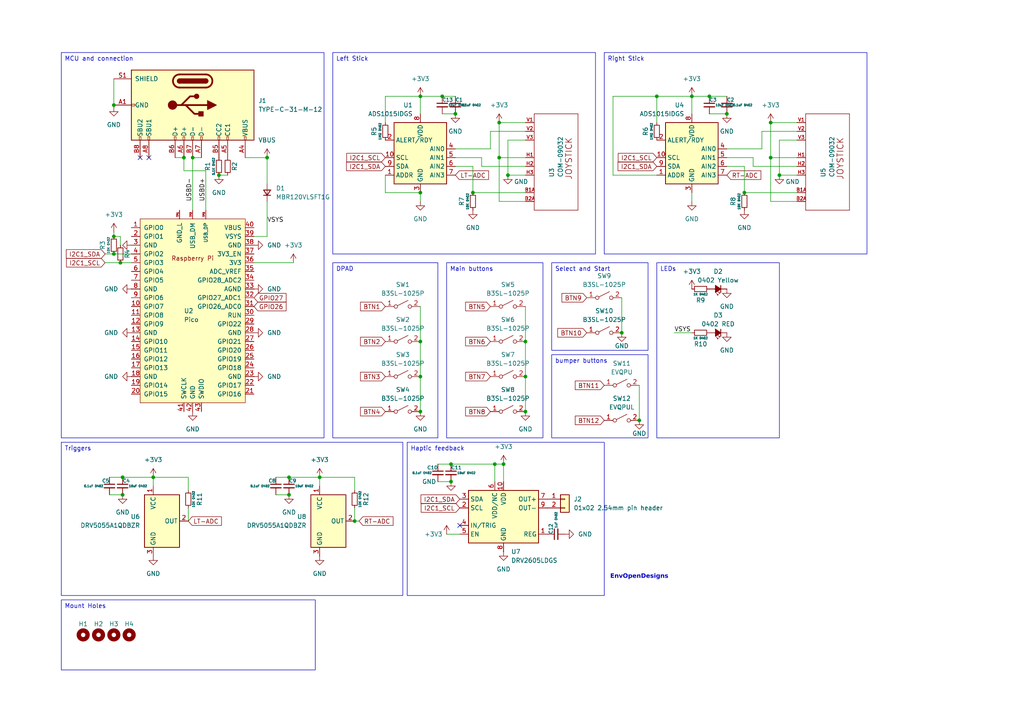
<source format=kicad_sch>
(kicad_sch (version 20231120) (generator "eeschema") (generator_version "8.0")
  (paper "A4")
  (title_block (title "Open Source Gamepad") (date "2024-09-23") (company "Envious.Design"))
  (lib_symbols
    (symbol "Analog_ADC:ADS1015IDGS"
      (property "Reference" "U" (at 2.54 13.97 0))
      (property "Value" "ADS1015IDGS" (at 7.62 11.43 0))
      (symbol "ADS1015IDGS_1_1"
        (pin input line (at 10.16 -5.08 180) (length 2.54) (name "ADDR") (number "1"))
        (pin input line (at 10.16 0 180) (length 2.54) (name "SCL") (number "10"))
        (pin output line (at 10.16 5.08 180) (length 2.54) (name "ALERT/RDY") (number "2"))
        (pin power_in line (at 0 -10.16 90) (length 2.54) (name "GND") (number "3"))
        (pin input line (at -10.16 2.54 0) (length 2.54) (name "AIN0") (number "4"))
        (pin input line (at -10.16 0 0) (length 2.54) (name "AIN1") (number "5"))
        (pin input line (at -10.16 -2.54 0) (length 2.54) (name "AIN2") (number "6"))
        (pin input line (at -10.16 -5.08 0) (length 2.54) (name "AIN3") (number "7"))
        (pin power_in line (at 0 12.7 270) (length 2.54) (name "VDD") (number "8"))
        (pin bidirectional line (at 10.16 -2.54 180) (length 2.54) (name "SDA") (number "9"))
      )
    )
    (symbol "Connector:USB_C_Receptacle_USB2.0_16P" (pin_names (offset 1.016))
      (property "Reference" "J" (at 0 22.225 0))
      (property "Value" "USB_C_Receptacle_USB2.0_16P" (at 0 19.685 0))
      (symbol "USB_C_Receptacle_USB2.0_16P_1_1"
        (pin passive line (at 0 -22.86 90) (length 5.08) (name "GND") (number "A1"))
        (pin passive line (at 0 -22.86 90) (length 5.08) hide (name "GND") (number "A12"))
        (pin passive line (at 15.24 15.24 180) (length 5.08) (name "VBUS") (number "A4"))
        (pin bidirectional line (at 15.24 10.16 180) (length 5.08) (name "CC1") (number "A5"))
        (pin bidirectional line (at 15.24 -2.54 180) (length 5.08) (name "D+") (number "A6"))
        (pin bidirectional line (at 15.24 2.54 180) (length 5.08) (name "D-") (number "A7"))
        (pin bidirectional line (at 15.24 -12.7 180) (length 5.08) (name "SBU1") (number "A8"))
        (pin passive line (at 15.24 15.24 180) (length 5.08) hide (name "VBUS") (number "A9"))
        (pin passive line (at 0 -22.86 90) (length 5.08) hide (name "GND") (number "B1"))
        (pin passive line (at 0 -22.86 90) (length 5.08) hide (name "GND") (number "B12"))
        (pin passive line (at 15.24 15.24 180) (length 5.08) hide (name "VBUS") (number "B4"))
        (pin bidirectional line (at 15.24 7.62 180) (length 5.08) (name "CC2") (number "B5"))
        (pin bidirectional line (at 15.24 -5.08 180) (length 5.08) (name "D+") (number "B6"))
        (pin bidirectional line (at 15.24 0 180) (length 5.08) (name "D-") (number "B7"))
        (pin bidirectional line (at 15.24 -15.24 180) (length 5.08) (name "SBU2") (number "B8"))
        (pin passive line (at 15.24 15.24 180) (length 5.08) hide (name "VBUS") (number "B9"))
        (pin passive line (at -7.62 -22.86 90) (length 5.08) (name "SHIELD") (number "S1"))
      )
    )
    (symbol "Connector_Generic:Conn_01x02" (pin_names (offset 1.016) hide)
      (property "Reference" "J" (at 0 2.54 0))
      (property "Value" "Conn_01x02" (at 0 -5.08 0))
      (symbol "Conn_01x02_1_1"
        (pin passive line (at -5.08 0 0) (length 3.81) (name "Pin_1") (number "1"))
        (pin passive line (at -5.08 -2.54 0) (length 3.81) (name "Pin_2") (number "2"))
      )
    )
    (symbol "Device:C_Small" (pin_numbers hide) (pin_names (offset 0.254) hide)
      (property "Reference" "C" (at 0.254 1.778 0))
      (property "Value" "C_Small" (at 0.254 -2.032 0))
      (symbol "C_Small_1_1"
        (pin passive line (at 0 2.54 270) (length 2.032) (name "~") (number "1"))
        (pin passive line (at 0 -2.54 90) (length 2.032) (name "~") (number "2"))
      )
    )
    (symbol "Device:D_Small" (pin_numbers hide) (pin_names (offset 0.254) hide)
      (property "Reference" "D" (at -1.27 2.032 0))
      (property "Value" "D_Small" (at -3.81 -2.032 0))
      (symbol "D_Small_1_1"
        (pin passive line (at -2.54 0 0) (length 1.778) (name "K") (number "1"))
        (pin passive line (at 2.54 0 180) (length 1.778) (name "A") (number "2"))
      )
    )
    (symbol "Device:LED_Small_Filled" (pin_numbers hide) (pin_names (offset 0.254) hide)
      (property "Reference" "D" (at -1.27 3.175 0))
      (property "Value" "LED_Small_Filled" (at -4.445 -2.54 0))
      (symbol "LED_Small_Filled_1_1"
        (pin passive line (at -2.54 0 0) (length 1.778) (name "K") (number "1"))
        (pin passive line (at 2.54 0 180) (length 1.778) (name "A") (number "2"))
      )
    )
    (symbol "Device:R_Small" (pin_numbers hide) (pin_names (offset 0.254) hide)
      (property "Reference" "R" (at 0.762 0.508 0))
      (property "Value" "R_Small" (at 0.762 -1.016 0))
      (symbol "R_Small_1_1"
        (pin passive line (at 0 2.54 270) (length 0.762) (name "~") (number "1"))
        (pin passive line (at 0 -2.54 90) (length 0.762) (name "~") (number "2"))
      )
    )
    (symbol "Driver_Haptic:DRV2605LDGS"
      (property "Reference" "U" (at -10.16 8.255 0))
      (property "Value" "DRV2605LDGS" (at 2.54 -8.89 0))
      (symbol "DRV2605LDGS_1_1"
        (pin passive line (at 12.7 -5.08 180) (length 2.54) (name "REG") (number "1"))
        (pin power_in line (at 0 10.16 270) (length 2.54) (name "VDD") (number "10"))
        (pin input line (at -12.7 2.54 0) (length 2.54) (name "SCL") (number "2"))
        (pin bidirectional line (at -12.7 5.08 0) (length 2.54) (name "SDA") (number "3"))
        (pin input line (at -12.7 -2.54 0) (length 2.54) (name "IN/TRIG") (number "4"))
        (pin input line (at -12.7 -5.08 0) (length 2.54) (name "EN") (number "5"))
        (pin power_in line (at -2.54 10.16 270) (length 2.54) (name "VDD/NC") (number "6"))
        (pin output line (at 12.7 5.08 180) (length 2.54) (name "OUT+") (number "7"))
        (pin power_in line (at 0 -10.16 90) (length 2.54) (name "GND") (number "8"))
        (pin output line (at 12.7 2.54 180) (length 2.54) (name "OUT-") (number "9"))
      )
    )
    (symbol "MCU_RaspberryPi_and_Boards:Pico" (pin_names (offset 1.016))
      (property "Reference" "U" (at -13.97 27.94 0))
      (property "Value" "Pico" (at 0 12.7 0))
      (symbol "Pico_0_0"
        (text "Raspberry Pi" (at 0 15.24 0) (effects (font (size 1.27 1.27))))
      )
      (symbol "Pico_1_1"
        (pin bidirectional line (at -17.78 24.13 0) (length 2.54) (name "GPIO0") (number "1"))
        (pin bidirectional line (at -17.78 1.27 0) (length 2.54) (name "GPIO7") (number "10"))
        (pin bidirectional line (at -17.78 -1.27 0) (length 2.54) (name "GPIO8") (number "11"))
        (pin bidirectional line (at -17.78 -3.81 0) (length 2.54) (name "GPIO9") (number "12"))
        (pin power_in line (at -17.78 -6.35 0) (length 2.54) (name "GND") (number "13"))
        (pin bidirectional line (at -17.78 -8.89 0) (length 2.54) (name "GPIO10") (number "14"))
        (pin bidirectional line (at -17.78 -11.43 0) (length 2.54) (name "GPIO11") (number "15"))
        (pin bidirectional line (at -17.78 -13.97 0) (length 2.54) (name "GPIO12") (number "16"))
        (pin bidirectional line (at -17.78 -16.51 0) (length 2.54) (name "GPIO13") (number "17"))
        (pin power_in line (at -17.78 -19.05 0) (length 2.54) (name "GND") (number "18"))
        (pin bidirectional line (at -17.78 -21.59 0) (length 2.54) (name "GPIO14") (number "19"))
        (pin bidirectional line (at -17.78 21.59 0) (length 2.54) (name "GPIO1") (number "2"))
        (pin bidirectional line (at -17.78 -24.13 0) (length 2.54) (name "GPIO15") (number "20"))
        (pin bidirectional line (at 17.78 -24.13 180) (length 2.54) (name "GPIO16") (number "21"))
        (pin bidirectional line (at 17.78 -21.59 180) (length 2.54) (name "GPIO17") (number "22"))
        (pin power_in line (at 17.78 -19.05 180) (length 2.54) (name "GND") (number "23"))
        (pin bidirectional line (at 17.78 -16.51 180) (length 2.54) (name "GPIO18") (number "24"))
        (pin bidirectional line (at 17.78 -13.97 180) (length 2.54) (name "GPIO19") (number "25"))
        (pin bidirectional line (at 17.78 -11.43 180) (length 2.54) (name "GPIO20") (number "26"))
        (pin bidirectional line (at 17.78 -8.89 180) (length 2.54) (name "GPIO21") (number "27"))
        (pin power_in line (at 17.78 -6.35 180) (length 2.54) (name "GND") (number "28"))
        (pin bidirectional line (at 17.78 -3.81 180) (length 2.54) (name "GPIO22") (number "29"))
        (pin power_in line (at -17.78 19.05 0) (length 2.54) (name "GND") (number "3"))
        (pin input line (at 17.78 -1.27 180) (length 2.54) (name "RUN") (number "30"))
        (pin bidirectional line (at 17.78 1.27 180) (length 2.54) (name "GPIO26_ADC0") (number "31"))
        (pin bidirectional line (at 17.78 3.81 180) (length 2.54) (name "GPIO27_ADC1") (number "32"))
        (pin power_in line (at 17.78 6.35 180) (length 2.54) (name "AGND") (number "33"))
        (pin bidirectional line (at 17.78 8.89 180) (length 2.54) (name "GPIO28_ADC2") (number "34"))
        (pin unspecified line (at 17.78 11.43 180) (length 2.54) (name "ADC_VREF") (number "35"))
        (pin unspecified line (at 17.78 13.97 180) (length 2.54) (name "3V3") (number "36"))
        (pin input line (at 17.78 16.51 180) (length 2.54) (name "3V3_EN") (number "37"))
        (pin bidirectional line (at 17.78 19.05 180) (length 2.54) (name "GND") (number "38"))
        (pin unspecified line (at 17.78 21.59 180) (length 2.54) (name "VSYS") (number "39"))
        (pin bidirectional line (at -17.78 16.51 0) (length 2.54) (name "GPIO2") (number "4"))
        (pin unspecified line (at 17.78 24.13 180) (length 2.54) (name "VBUS") (number "40"))
        (pin input line (at -2.54 -29.21 90) (length 2.54) (name "SWCLK") (number "41"))
        (pin power_in line (at 0 -29.21 90) (length 2.54) (name "GND") (number "42"))
        (pin bidirectional line (at 2.54 -29.21 90) (length 2.54) (name "SWDIO") (number "43"))
        (pin bidirectional line (at -17.78 13.97 0) (length 2.54) (name "GPIO3") (number "5"))
        (pin bidirectional line (at -17.78 11.43 0) (length 2.54) (name "GPIO4") (number "6"))
        (pin bidirectional line (at -17.78 8.89 0) (length 2.54) (name "GPIO5") (number "7"))
        (pin power_in line (at -17.78 6.35 0) (length 2.54) (name "GND") (number "8"))
        (pin bidirectional line (at -17.78 3.81 0) (length 2.54) (name "GPIO6") (number "9"))
        (pin bidirectional line (at -3.81 29.21 270) (length 2.54) (name "GND_L") (number "TP1"))
        (pin bidirectional line (at 0 29.21 270) (length 2.54) (name "USB_DM") (number "TP2"))
        (pin bidirectional line (at 3.81 29.21 270) (length 2.54) (name "USB_DP") (number "TP3"))
      )
    )
    (symbol "Mechanical:MountingHole" (pin_names (offset 1.016)) (exclude_from_sim yes) (in_bom no)
      (property "Reference" "H" (at 0 5.08 0))
      (property "Value" "MountingHole" (at 0 3.175 0))
    )
    (symbol "Sensor_Magnetic:DRV5055A1xDBZxQ1"
      (property "Reference" "U" (at 2.54 12.7 0))
      (property "Value" "DRV5055A1xDBZxQ1" (at 2.54 10.16 0))
      (symbol "DRV5055A1xDBZxQ1_1_1"
        (pin power_in line (at -2.54 10.16 270) (length 2.54) (name "VCC") (number "1"))
        (pin output line (at 7.62 0 180) (length 2.54) (name "OUT") (number "2"))
        (pin power_in line (at -2.54 -10.16 90) (length 2.54) (name "GND") (number "3"))
      )
    )
    (symbol "SparkFun-Electromechanical:JOYSTICKPTH" (pin_names (offset 1.016) hide)
      (property "Reference" "U" (at -7.62 13.462 0))
      (property "Value" "JOYSTICKPTH" (at -7.62 -17.78 0))
      (symbol "JOYSTICKPTH_1_0"
        (text "JOYSTICK" (at 2.413 -0.254 900) (effects (font (size 1.778 1.778))))
      )
      (symbol "JOYSTICKPTH_1_1"
        (pin bidirectional line (at -10.16 -10.16 0) (length 2.54) (name "SEL+") (number "B1A"))
        (pin bidirectional line (at -10.16 -12.7 0) (length 2.54) (name "SEL-") (number "B2A"))
        (pin bidirectional line (at -10.16 0 0) (length 2.54) (name "H+") (number "H1"))
        (pin bidirectional line (at -10.16 -2.54 0) (length 2.54) (name "H") (number "H2"))
        (pin bidirectional line (at -10.16 -5.08 0) (length 2.54) (name "H-") (number "H3"))
        (pin bidirectional line (at -10.16 10.16 0) (length 2.54) (name "V+") (number "V1"))
        (pin bidirectional line (at -10.16 7.62 0) (length 2.54) (name "V") (number "V2"))
        (pin bidirectional line (at -10.16 5.08 0) (length 2.54) (name "V-") (number "V3"))
      )
    )
    (symbol "Switch:SW_SPST" (pin_names (offset 0) hide)
      (property "Reference" "SW" (at 0 3.175 0))
      (property "Value" "SW_SPST" (at 0 -2.54 0))
      (symbol "SW_SPST_1_1"
        (pin passive line (at -5.08 0 0) (length 2.54) (name "A") (number "1"))
        (pin passive line (at 5.08 0 180) (length 2.54) (name "B") (number "2"))
      )
    )
    (symbol "power:+3V3" (power) (pin_numbers hide) (pin_names (offset 0) hide)
      (property "Value" "+3V3" (at 0 3.556 0))
      (symbol "+3V3_1_1"
        (pin power_in line (at 0 0 90) (length 0) (name "~") (number "1"))
      )
    )
    (symbol "power:GND" (power) (pin_numbers hide) (pin_names (offset 0) hide)
      (property "Value" "GND" (at 0 -3.81 0))
      (symbol "GND_1_1"
        (pin power_in line (at 0 0 270) (length 0) (name "~") (number "1"))
      )
    )
    (symbol "power:VBUS" (power) (pin_numbers hide) (pin_names (offset 0) hide)
      (property "Value" "VBUS" (at 0 3.556 0))
      (symbol "VBUS_1_1"
        (pin power_in line (at 0 0 90) (length 0) (name "~") (number "1"))
      )
    )
  )
  (junction (at 180.34 96.52))
  (junction (at 190.5 27.94))
  (junction (at 146.05 134.62))
  (junction (at 226.06 50.8))
  (junction (at 144.78 35.56))
  (junction (at 147.32 50.8))
  (junction (at 223.52 45.72))
  (junction (at 83.82 143.51))
  (junction (at 144.78 45.72))
  (junction (at 53.34 45.72))
  (junction (at 215.9 55.88))
  (junction (at 44.45 138.43))
  (junction (at 223.52 35.56))
  (junction (at 35.56 138.43))
  (junction (at 92.71 138.43))
  (junction (at 34.925 76.2))
  (junction (at 185.42 121.92))
  (junction (at 102.87 151.13))
  (junction (at 128.27 27.94))
  (junction (at 152.4 99.06))
  (junction (at 121.92 109.22))
  (junction (at 130.81 139.7))
  (junction (at 83.82 138.43))
  (junction (at 77.47 45.72))
  (junction (at 33.02 30.48))
  (junction (at 143.51 134.62))
  (junction (at 63.5 50.8))
  (junction (at 132.08 33.02))
  (junction (at 33.02 73.66))
  (junction (at 121.92 119.38))
  (junction (at 152.4 119.38))
  (junction (at 210.82 33.02))
  (junction (at 137.16 55.88))
  (junction (at 33.02 68.58))
  (junction (at 121.92 55.88))
  (junction (at 152.4 109.22))
  (junction (at 121.92 27.94))
  (junction (at 35.56 143.51))
  (junction (at 55.88 45.72))
  (junction (at 205.74 27.94))
  (junction (at 200.66 27.94))
  (junction (at 130.81 134.62))
  (junction (at 121.92 99.06))
  (no_connect (at 40.64 45.72))
  (no_connect (at 133.35 152.4))
  (no_connect (at 43.18 45.72))
  (wire (pts (xy 31.75 143.51) (xy 35.56 143.51)))
  (wire (pts (xy 142.24 38.1) (xy 142.24 43.18)))
  (wire (pts (xy 92.71 138.43) (xy 83.82 138.43)))
  (wire (pts (xy 144.78 35.56) (xy 144.78 45.72)))
  (wire (pts (xy 33.02 22.86) (xy 33.02 30.48)))
  (wire (pts (xy 220.98 38.1) (xy 231.14 38.1)))
  (wire (pts (xy 147.32 50.8) (xy 147.32 40.64)))
  (wire (pts (xy 177.8 50.8) (xy 177.8 27.94)))
  (wire (pts (xy 144.78 45.72) (xy 152.4 45.72)))
  (wire (pts (xy 220.98 38.1) (xy 220.98 43.18)))
  (wire (pts (xy 215.9 48.26) (xy 215.9 55.88)))
  (wire (pts (xy 200.66 27.94) (xy 200.66 33.02)))
  (wire (pts (xy 130.81 134.62) (xy 143.51 134.62)))
  (wire (pts (xy 139.7 45.72) (xy 139.7 48.26)))
  (wire (pts (xy 77.47 53.34) (xy 77.47 45.72)))
  (wire (pts (xy 210.82 27.94) (xy 205.74 27.94)))
  (wire (pts (xy 143.51 134.62) (xy 146.05 134.62)))
  (wire (pts (xy 231.14 55.88) (xy 215.9 55.88)))
  (wire (pts (xy 121.92 27.94) (xy 121.92 33.02)))
  (wire (pts (xy 66.04 50.8) (xy 63.5 50.8)))
  (wire (pts (xy 34.925 76.2) (xy 38.1 76.2)))
  (wire (pts (xy 205.74 33.02) (xy 210.82 33.02)))
  (wire (pts (xy 54.61 138.43) (xy 44.45 138.43)))
  (wire (pts (xy 85.09 76.2) (xy 73.66 76.2)))
  (wire (pts (xy 210.82 45.72) (xy 218.44 45.72)))
  (wire (pts (xy 146.05 134.62) (xy 146.05 139.7)))
  (wire (pts (xy 77.47 58.42) (xy 77.47 68.58)))
  (wire (pts (xy 128.27 27.94) (xy 121.92 27.94)))
  (wire (pts (xy 121.92 119.38) (xy 121.92 109.22)))
  (wire (pts (xy 218.44 45.72) (xy 218.44 48.26)))
  (wire (pts (xy 92.71 140.97) (xy 92.71 138.43)))
  (wire (pts (xy 59.69 49.53) (xy 59.69 60.96)))
  (wire (pts (xy 223.52 35.56) (xy 223.52 45.72)))
  (wire (pts (xy 127 134.62) (xy 130.81 134.62)))
  (wire (pts (xy 144.78 58.42) (xy 144.78 45.72)))
  (wire (pts (xy 111.76 27.94) (xy 121.92 27.94)))
  (wire (pts (xy 180.34 96.52) (xy 180.34 86.36)))
  (wire (pts (xy 185.42 121.92) (xy 185.42 111.76)))
  (wire (pts (xy 104.14 151.13) (xy 102.87 151.13)))
  (wire (pts (xy 54.61 147.32) (xy 54.61 151.13)))
  (wire (pts (xy 137.16 48.26) (xy 132.08 48.26)))
  (wire (pts (xy 152.4 119.38) (xy 152.4 109.22)))
  (wire (pts (xy 205.74 27.94) (xy 200.66 27.94)))
  (wire (pts (xy 80.01 143.51) (xy 83.82 143.51)))
  (wire (pts (xy 152.4 109.22) (xy 152.4 99.06)))
  (wire (pts (xy 121.92 99.06) (xy 121.92 88.9)))
  (wire (pts (xy 144.78 35.56) (xy 152.4 35.56)))
  (wire (pts (xy 30.48 73.66) (xy 33.02 73.66)))
  (wire (pts (xy 231.14 58.42) (xy 223.52 58.42)))
  (wire (pts (xy 55.88 45.72) (xy 58.42 45.72)))
  (wire (pts (xy 30.48 76.2) (xy 34.925 76.2)))
  (wire (pts (xy 102.87 138.43) (xy 92.71 138.43)))
  (wire (pts (xy 142.24 38.1) (xy 152.4 38.1)))
  (wire (pts (xy 33.02 31.115) (xy 33.02 30.48)))
  (wire (pts (xy 54.61 138.43) (xy 54.61 142.24)))
  (wire (pts (xy 142.24 43.18) (xy 132.08 43.18)))
  (wire (pts (xy 33.02 67.31) (xy 33.02 68.58)))
  (wire (pts (xy 121.92 55.88) (xy 121.92 58.42)))
  (wire (pts (xy 130.81 139.7) (xy 127 139.7)))
  (wire (pts (xy 31.75 138.43) (xy 35.56 138.43)))
  (wire (pts (xy 139.7 48.26) (xy 152.4 48.26)))
  (wire (pts (xy 50.8 45.72) (xy 53.34 45.72)))
  (wire (pts (xy 177.8 27.94) (xy 190.5 27.94)))
  (wire (pts (xy 121.92 55.88) (xy 111.76 55.88)))
  (wire (pts (xy 152.4 99.06) (xy 152.4 88.9)))
  (wire (pts (xy 223.52 45.72) (xy 231.14 45.72)))
  (wire (pts (xy 226.06 50.8) (xy 226.06 40.64)))
  (wire (pts (xy 128.27 33.02) (xy 132.08 33.02)))
  (wire (pts (xy 226.06 40.64) (xy 231.14 40.64)))
  (wire (pts (xy 55.88 45.72) (xy 55.88 60.96)))
  (wire (pts (xy 44.45 138.43) (xy 35.56 138.43)))
  (wire (pts (xy 53.34 49.53) (xy 59.69 49.53)))
  (wire (pts (xy 223.52 58.42) (xy 223.52 45.72)))
  (wire (pts (xy 80.01 138.43) (xy 83.82 138.43)))
  (wire (pts (xy 129.54 154.94) (xy 133.35 154.94)))
  (wire (pts (xy 220.98 43.18) (xy 210.82 43.18)))
  (wire (pts (xy 71.12 45.72) (xy 77.47 45.72)))
  (wire (pts (xy 102.87 138.43) (xy 102.87 142.24)))
  (wire (pts (xy 34.925 68.58) (xy 34.925 71.12)))
  (wire (pts (xy 132.08 27.94) (xy 128.27 27.94)))
  (wire (pts (xy 53.34 45.72) (xy 53.34 49.53)))
  (wire (pts (xy 218.44 48.26) (xy 231.14 48.26)))
  (wire (pts (xy 223.52 35.56) (xy 231.14 35.56)))
  (wire (pts (xy 195.58 96.52) (xy 200.66 96.52)))
  (wire (pts (xy 132.08 45.72) (xy 139.7 45.72)))
  (wire (pts (xy 231.14 50.8) (xy 226.06 50.8)))
  (wire (pts (xy 200.66 55.88) (xy 200.66 58.42)))
  (wire (pts (xy 190.5 50.8) (xy 177.8 50.8)))
  (wire (pts (xy 111.76 50.8) (xy 111.76 55.88)))
  (wire (pts (xy 33.02 68.58) (xy 34.925 68.58)))
  (wire (pts (xy 33.02 73.66) (xy 38.1 73.66)))
  (wire (pts (xy 121.92 109.22) (xy 121.92 99.06)))
  (wire (pts (xy 143.51 134.62) (xy 143.51 139.7)))
  (wire (pts (xy 44.45 140.97) (xy 44.45 138.43)))
  (wire (pts (xy 152.4 58.42) (xy 144.78 58.42)))
  (wire (pts (xy 102.87 151.13) (xy 102.87 147.32)))
  (wire (pts (xy 215.9 48.26) (xy 210.82 48.26)))
  (wire (pts (xy 190.5 27.94) (xy 190.5 35.56)))
  (wire (pts (xy 152.4 50.8) (xy 147.32 50.8)))
  (wire (pts (xy 111.76 27.94) (xy 111.76 35.56)))
  (wire (pts (xy 137.16 48.26) (xy 137.16 55.88)))
  (wire (pts (xy 73.66 68.58) (xy 77.47 68.58)))
  (wire (pts (xy 152.4 55.88) (xy 137.16 55.88)))
  (wire (pts (xy 190.5 27.94) (xy 200.66 27.94)))
  (wire (pts (xy 147.32 40.64) (xy 152.4 40.64)))
  (text_box "Main buttons" (at 129.54 76.2 0) (size 27.94 50.8) (effects (font (size 1.27 1.27)) (justify left top)))
  (text_box "MCU and connection\n" (at 17.78 15.24 0) (size 76.2 111.76) (effects (font (size 1.27 1.27)) (justify left top)))
  (text_box "bumper buttons" (at 160.02 102.87 0) (size 27.94 24.13) (effects (font (size 1.27 1.27)) (justify left top)))
  (text_box "Triggers" (at 17.78 128.27 0) (size 99.06 44.45) (effects (font (size 1.27 1.27)) (justify left top)))
  (text_box "Mount Holes" (at 17.78 173.99 0) (size 73.66 20.32) (effects (font (size 1.27 1.27)) (justify left top)))
  (text_box "Left Stick" (at 96.52 15.24 0) (size 76.2 58.42) (effects (font (size 1.27 1.27)) (justify left top)))
  (text_box "Haptic feedback" (at 118.11 128.27 0) (size 57.15 44.45) (effects (font (size 1.27 1.27)) (justify left top)))
  (text_box "Right Stick" (at 175.26 15.24 0) (size 76.2 58.42) (effects (font (size 1.27 1.27)) (justify left top)))
  (text_box "Select and Start" (at 160.02 76.2 0) (size 27.94 25.4) (effects (font (size 1.27 1.27)) (justify left top)))
  (text_box "LEDs" (at 190.5 76.2 0) (size 35.56 50.8) (effects (font (size 1.27 1.27)) (justify left top)))
  (text_box "DPAD" (at 96.52 76.2 0) (size 30.48 50.8) (effects (font (size 1.27 1.27)) (justify left top)))
  (text "EnvOpenDesigns" (at 185.42 167.64 0) (effects (font (size 1.27 1.27) (thickness 0.254) (bold yes))))
  (label "USBD+" (at 59.69 58.42 90))
  (label "VSYS" (at 195.58 96.52 0))
  (label "VSYS" (at 77.47 64.77 0))
  (label "USBD-" (at 55.88 58.42 90))
  (global_label "I2C1_SDA" (shape input) (at 111.76 48.26 180) (property "Intersheetrefs" "${INTERSHEET_REFS}" (effects (hide yes))))
  (global_label "LT-ADC" (shape input) (at 132.08 50.8 0) (property "Intersheetrefs" "${INTERSHEET_REFS}" (effects (hide yes))))
  (global_label "BTN2" (shape input) (at 111.76 99.06 180) (property "Intersheetrefs" "${INTERSHEET_REFS}" (effects (hide yes))))
  (global_label "RT-ADC" (shape input) (at 104.14 151.13 0) (property "Intersheetrefs" "${INTERSHEET_REFS}" (effects (hide yes))))
  (global_label "BTN1" (shape input) (at 111.76 88.9 180) (property "Intersheetrefs" "${INTERSHEET_REFS}" (effects (hide yes))))
  (global_label "I2C1_SCL" (shape input) (at 133.35 147.32 180) (property "Intersheetrefs" "${INTERSHEET_REFS}" (effects (hide yes))))
  (global_label "BTN10" (shape input) (at 170.18 96.52 180) (property "Intersheetrefs" "${INTERSHEET_REFS}" (effects (hide yes))))
  (global_label "BTN8" (shape input) (at 142.24 119.38 180) (property "Intersheetrefs" "${INTERSHEET_REFS}" (effects (hide yes))))
  (global_label "I2C1_SCL" (shape input) (at 111.76 45.72 180) (property "Intersheetrefs" "${INTERSHEET_REFS}" (effects (hide yes))))
  (global_label "LT-ADC" (shape input) (at 54.61 151.13 0) (property "Intersheetrefs" "${INTERSHEET_REFS}" (effects (hide yes))))
  (global_label "BTN6" (shape input) (at 142.24 99.06 180) (property "Intersheetrefs" "${INTERSHEET_REFS}" (effects (hide yes))))
  (global_label "I2C1_SDA" (shape input) (at 190.5 48.26 180) (property "Intersheetrefs" "${INTERSHEET_REFS}" (effects (hide yes))))
  (global_label "BTN9" (shape input) (at 170.18 86.36 180) (property "Intersheetrefs" "${INTERSHEET_REFS}" (effects (hide yes))))
  (global_label "RT-ADC" (shape input) (at 210.82 50.8 0) (property "Intersheetrefs" "${INTERSHEET_REFS}" (effects (hide yes))))
  (global_label "I2C1_SCL" (shape input) (at 30.48 76.2 180) (property "Intersheetrefs" "${INTERSHEET_REFS}" (effects (hide yes))))
  (global_label "BTN7" (shape input) (at 142.24 109.22 180) (property "Intersheetrefs" "${INTERSHEET_REFS}" (effects (hide yes))))
  (global_label "BTN4" (shape input) (at 111.76 119.38 180) (property "Intersheetrefs" "${INTERSHEET_REFS}" (effects (hide yes))))
  (global_label "BTN12" (shape input) (at 175.26 121.92 180) (property "Intersheetrefs" "${INTERSHEET_REFS}" (effects (hide yes))))
  (global_label "I2C1_SCL" (shape input) (at 190.5 45.72 180) (property "Intersheetrefs" "${INTERSHEET_REFS}" (effects (hide yes))))
  (global_label "GPIO27" (shape input) (at 73.66 86.36 0) (property "Intersheetrefs" "${INTERSHEET_REFS}" (effects (hide yes))))
  (global_label "BTN11" (shape input) (at 175.26 111.76 180) (property "Intersheetrefs" "${INTERSHEET_REFS}" (effects (hide yes))))
  (global_label "I2C1_SDA" (shape input) (at 133.35 144.78 180) (property "Intersheetrefs" "${INTERSHEET_REFS}" (effects (hide yes))))
  (global_label "GPIO26" (shape input) (at 73.66 88.9 0) (property "Intersheetrefs" "${INTERSHEET_REFS}" (effects (hide yes))))
  (global_label "BTN3" (shape input) (at 111.76 109.22 180) (property "Intersheetrefs" "${INTERSHEET_REFS}" (effects (hide yes))))
  (global_label "I2C1_SDA" (shape input) (at 30.48 73.66 180) (property "Intersheetrefs" "${INTERSHEET_REFS}" (effects (hide yes))))
  (global_label "BTN5" (shape input) (at 142.24 88.9 180) (property "Intersheetrefs" "${INTERSHEET_REFS}" (effects (hide yes))))
  (symbol (lib_id "power:GND") (at 210.82 96.52 0) (unit 1)
    (property "Reference" "#PWR032" (effects (hide yes)))
    (property "Value" "GND" (at 210.82 101.6 0))
    (property "Description" "Power symbol creates a global label with name \"GND\" , ground" (effects (hide yes)))
  )
  (symbol (lib_id "power:GND") (at 121.92 58.42 0) (mirror y) (unit 1)
    (property "Reference" "#PWR04" (effects (hide yes)))
    (property "Value" "GND" (at 121.92 63.5 0))
    (property "Description" "Power symbol creates a global label with name \"GND\" , ground" (effects (hide yes)))
  )
  (symbol (lib_id "power:GND") (at 121.92 119.38 0) (unit 1)
    (property "Reference" "#PWR024" (effects (hide yes)))
    (property "Value" "GND" (at 121.92 124.46 0))
    (property "Description" "Power symbol creates a global label with name \"GND\" , ground" (effects (hide yes)))
  )
  (symbol (lib_id "SparkFun-Electromechanical:JOYSTICKPTH") (at 162.56 45.72 0) (unit 1)
    (property "Reference" "U3" (at 160.02 51.435 90) (effects (justify left)))
    (property "Value" "COM-09032" (at 162.56 51.435 90) (effects (justify left)))
    (property "Footprint" "SparkFun-Electromechanical:JOYSTICK" (effects (hide yes)))
  )
  (symbol (lib_id "power:+3V3") (at 200.66 83.82 0) (unit 1)
    (property "Reference" "#PWR029" (effects (hide yes)))
    (property "Value" "+3V3" (at 200.66 78.74 0))
    (property "Description" "Power symbol creates a global label with name \"+3V3\"" (effects (hide yes)))
  )
  (symbol (lib_id "power:GND") (at 132.08 33.02 0) (mirror y) (unit 1)
    (property "Reference" "#PWR03" (effects (hide yes)))
    (property "Value" "GND" (at 132.08 38.1 0))
    (property "Description" "Power symbol creates a global label with name \"GND\" , ground" (effects (hide yes)))
  )
  (symbol (lib_id "Device:R_Small") (at 63.5 48.26 0) (unit 1)
    (property "Reference" "R1" (at 60.96 48.26 90) (effects (justify bottom)))
    (property "Value" "5.1K 0402" (at 61.595 48.26 90) (effects (font (size 0.635 0.635)) (justify top)))
    (property "Footprint" "Resistor_SMD:R_0402_1005Metric" (effects (hide yes)))
    (property "Description" "Resistor, small symbol" (effects (hide yes)))
  )
  (symbol (lib_id "Switch:SW_SPST") (at 116.84 88.9 0) (unit 1)
    (property "Reference" "SW1" (at 116.84 82.55 0))
    (property "Value" "B3SL-1025P" (at 116.84 85.09 0))
    (property "Footprint" "Button_Switch_SMD:SW_SPST_B3SL-1022P" (effects (hide yes)))
    (property "Description" "Single Pole Single Throw (SPST) switch" (effects (hide yes)))
  )
  (symbol (lib_id "Device:C_Small") (at 210.82 30.48 0) (unit 1)
    (property "Reference" "C2" (at 210.82 28.956 0) (effects (font (size 1.016 1.016)) (justify left)))
    (property "Value" "0.1uF 0402" (at 212.598 30.48 0) (effects (font (size 0.635 0.635)) (justify left)))
    (property "Footprint" "Capacitor_SMD:C_0402_1005Metric" (effects (hide yes)))
    (property "Description" "Unpolarized capacitor, small symbol" (effects (hide yes)))
  )
  (symbol (lib_id "power:+3V3") (at 200.66 27.94 0) (mirror y) (unit 1)
    (property "Reference" "#PWR019" (effects (hide yes)))
    (property "Value" "+3V3" (at 200.66 22.86 0))
    (property "Description" "Power symbol creates a global label with name \"+3V3\"" (effects (hide yes)))
  )
  (symbol (lib_id "Device:C_Small") (at 80.01 140.97 0) (mirror y) (unit 1)
    (property "Reference" "C8" (at 80.01 139.446 0) (effects (font (size 1.016 1.016)) (justify left)))
    (property "Value" "0.1uF 0402" (at 78.232 140.97 0) (effects (font (size 0.635 0.635)) (justify left)))
    (property "Footprint" "Capacitor_SMD:C_0402_1005Metric" (effects (hide yes)))
    (property "Description" "Unpolarized capacitor, small symbol" (effects (hide yes)))
  )
  (symbol (lib_id "Connector:USB_C_Receptacle_USB2.0_16P") (at 55.88 30.48 270) (unit 1)
    (property "Reference" "J1" (at 74.93 29.2099 90) (effects (justify left)))
    (property "Value" "TYPE-C-31-M-12" (at 74.93 31.7499 90) (effects (justify left)))
    (property "Footprint" "Connector_USB:USB_C_Receptacle_HRO_TYPE-C-31-M-12" (effects (hide yes)))
    (property "Datasheet" "https://www.usb.org/sites/default/files/documents/usb_type-c.zip" (effects (hide yes)))
    (property "Description" "USB 2.0-only 16P Type-C Receptacle connector" (effects (hide yes)))
  )
  (symbol (lib_id "Mechanical:MountingHole") (at 37.465 184.15 0) (unit 1) (exclude_from_sim yes) (in_bom no)
    (property "Reference" "H4" (at 37.465 180.975 0))
    (property "Value" "M2 Mounting Hole" (effects (hide yes)))
    (property "Footprint" "MountingHole:MountingHole_2.2mm_M2" (effects (hide yes)))
    (property "Description" "Mounting Hole without connection" (effects (hide yes)))
  )
  (symbol (lib_id "power:GND") (at 73.66 83.82 90) (mirror x) (unit 1)
    (property "Reference" "#PWR011" (effects (hide yes)))
    (property "Value" "GND" (at 77.47 83.8199 90) (effects (justify right)))
    (property "Description" "Power symbol creates a global label with name \"GND\" , ground" (effects (hide yes)))
  )
  (symbol (lib_id "power:GND") (at 200.66 58.42 0) (mirror y) (unit 1)
    (property "Reference" "#PWR023" (effects (hide yes)))
    (property "Value" "GND" (at 200.66 63.5 0))
    (property "Description" "Power symbol creates a global label with name \"GND\" , ground" (effects (hide yes)))
  )
  (symbol (lib_id "power:GND") (at 73.66 109.22 90) (mirror x) (unit 1)
    (property "Reference" "#PWR013" (effects (hide yes)))
    (property "Value" "GND" (at 77.47 109.2199 90) (effects (justify right)))
    (property "Description" "Power symbol creates a global label with name \"GND\" , ground" (effects (hide yes)))
  )
  (symbol (lib_id "power:+3V3") (at 44.45 138.43 0) (unit 1)
    (property "Reference" "#PWR035" (effects (hide yes)))
    (property "Value" "+3V3" (at 44.45 133.35 0))
    (property "Description" "Power symbol creates a global label with name \"+3V3\"" (effects (hide yes)))
  )
  (symbol (lib_id "Device:R_Small") (at 34.925 73.66 0) (mirror y) (unit 1)
    (property "Reference" "R4" (at 36.195 73.66 90) (effects (justify bottom)))
    (property "Value" "5.1K 0402" (effects (hide yes)))
    (property "Footprint" "Resistor_SMD:R_0402_1005Metric" (effects (hide yes)))
    (property "Description" "Resistor, small symbol" (effects (hide yes)))
  )
  (symbol (lib_id "power:GND") (at 146.05 160.02 0) (unit 1)
    (property "Reference" "#PWR044" (effects (hide yes)))
    (property "Value" "GND" (at 146.05 165.1 0))
    (property "Description" "Power symbol creates a global label with name \"GND\" , ground" (effects (hide yes)))
  )
  (symbol (lib_id "Switch:SW_SPST") (at 116.84 99.06 0) (unit 1)
    (property "Reference" "SW2" (at 116.84 92.71 0))
    (property "Value" "B3SL-1025P" (at 116.84 95.25 0))
    (property "Footprint" "Button_Switch_SMD:SW_SPST_B3SL-1022P" (effects (hide yes)))
    (property "Description" "Single Pole Single Throw (SPST) switch" (effects (hide yes)))
  )
  (symbol (lib_id "Device:C_Small") (at 205.74 30.48 0) (unit 1)
    (property "Reference" "C3" (at 205.74 28.956 0) (effects (font (size 1.016 1.016)) (justify left)))
    (property "Value" "10uF 0402" (at 207.518 30.48 0) (effects (font (size 0.635 0.635)) (justify left)))
    (property "Footprint" "Capacitor_SMD:C_0402_1005Metric" (effects (hide yes)))
    (property "Description" "Unpolarized capacitor, small symbol" (effects (hide yes)))
  )
  (symbol (lib_id "Device:R_Small") (at 54.61 144.78 0) (mirror y) (unit 1)
    (property "Reference" "R11" (at 57.15 144.78 90) (effects (justify bottom)))
    (property "Value" "10K 0402" (at 56.515 144.78 90) (effects (font (size 0.635 0.635)) (justify top)))
    (property "Footprint" "Resistor_SMD:R_0402_1005Metric" (effects (hide yes)))
    (property "Description" "Resistor, small symbol" (effects (hide yes)))
  )
  (symbol (lib_id "power:GND") (at 130.81 139.7 0) (unit 1)
    (property "Reference" "#PWR040" (effects (hide yes)))
    (property "Value" "GND" (at 124.46 139.7 0))
    (property "Description" "Power symbol creates a global label with name \"GND\" , ground" (effects (hide yes)))
  )
  (symbol (lib_id "Device:R_Small") (at 33.02 71.12 0) (unit 1)
    (property "Reference" "R3" (at 30.48 71.12 90) (effects (justify bottom)))
    (property "Value" "10K 0402" (at 31.115 71.12 90) (effects (font (size 0.635 0.635)) (justify top)))
    (property "Footprint" "Resistor_SMD:R_0402_1005Metric" (effects (hide yes)))
    (property "Description" "Resistor, small symbol" (effects (hide yes)))
  )
  (symbol (lib_id "power:+3V3") (at 129.54 154.94 0) (unit 1)
    (property "Reference" "#PWR043" (effects (hide yes)))
    (property "Value" "+3V3" (at 125.73 154.94 0))
    (property "Description" "Power symbol creates a global label with name \"+3V3\"" (effects (hide yes)))
  )
  (symbol (lib_id "power:+3V3") (at 92.71 138.43 0) (unit 1)
    (property "Reference" "#PWR037" (effects (hide yes)))
    (property "Value" "+3V3" (at 92.71 133.35 0))
    (property "Description" "Power symbol creates a global label with name \"+3V3\"" (effects (hide yes)))
  )
  (symbol (lib_id "Device:C_Small") (at 130.81 137.16 0) (unit 1)
    (property "Reference" "C11" (at 130.81 135.636 0) (effects (font (size 1.016 1.016)) (justify left)))
    (property "Value" "10uF 0402" (at 132.588 137.16 0) (effects (font (size 0.635 0.635)) (justify left)))
    (property "Footprint" "Capacitor_SMD:C_0402_1005Metric" (effects (hide yes)))
    (property "Description" "Unpolarized capacitor, small symbol" (effects (hide yes)))
  )
  (symbol (lib_id "power:GND") (at 226.06 50.8 0) (unit 1)
    (property "Reference" "#PWR022" (effects (hide yes)))
    (property "Value" "GND" (at 229.87 52.705 0))
    (property "Description" "Power symbol creates a global label with name \"GND\" , ground" (effects (hide yes)))
  )
  (symbol (lib_id "Mechanical:MountingHole") (at 24.13 184.15 0) (unit 1) (exclude_from_sim yes) (in_bom no)
    (property "Reference" "H1" (at 24.13 180.975 0))
    (property "Value" "M2 Mounting Hole" (effects (hide yes)))
    (property "Footprint" "MountingHole:MountingHole_2.2mm_M2" (effects (hide yes)))
    (property "Description" "Mounting Hole without connection" (effects (hide yes)))
  )
  (symbol (lib_id "power:GND") (at 83.82 143.51 0) (unit 1)
    (property "Reference" "#PWR038" (effects (hide yes)))
    (property "Value" "GND" (at 83.82 148.59 0))
    (property "Description" "Power symbol creates a global label with name \"GND\" , ground" (effects (hide yes)))
  )
  (symbol (lib_id "Device:R_Small") (at 203.2 96.52 90) (unit 1)
    (property "Reference" "R10" (at 203.2 99.06 90) (effects (justify bottom)))
    (property "Value" "1K 0402" (at 203.2 98.425 90) (effects (font (size 0.635 0.635)) (justify top)))
    (property "Footprint" "Resistor_SMD:R_0402_1005Metric" (effects (hide yes)))
    (property "Description" "Resistor, small symbol" (effects (hide yes)))
  )
  (symbol (lib_id "power:+3V3") (at 33.02 67.31 0) (unit 1)
    (property "Reference" "#PWR016" (effects (hide yes)))
    (property "Value" "+3V3" (at 33.02 62.23 0))
    (property "Description" "Power symbol creates a global label with name \"+3V3\"" (effects (hide yes)))
  )
  (symbol (lib_id "Mechanical:MountingHole") (at 28.575 184.15 0) (unit 1) (exclude_from_sim yes) (in_bom no)
    (property "Reference" "H2" (at 28.575 180.975 0))
    (property "Value" "M2 Mounting Hole" (effects (hide yes)))
    (property "Footprint" "MountingHole:MountingHole_2.2mm_M2" (effects (hide yes)))
    (property "Description" "Mounting Hole without connection" (effects (hide yes)))
  )
  (symbol (lib_id "Analog_ADC:ADS1015IDGS") (at 121.92 45.72 0) (mirror y) (unit 1)
    (property "Reference" "U1" (at 119.7259 30.48 0) (effects (justify left)))
    (property "Value" "ADS1015IDGS" (at 119.7259 33.02 0) (effects (justify left)))
    (property "Footprint" "Package_SO:TSSOP-10_3x3mm_P0.5mm" (effects (hide yes)))
    (property "Datasheet" "http://www.ti.com/lit/ds/symlink/ads1015.pdf" (effects (hide yes)))
    (property "Description" "Ultra-Small, Low-Power, I2C-Compatible, 3.3-kSPS, 12-Bit ADCs With Internal Reference, Oscillator, and Programmable Comparator, VSSOP-10" (effects (hide yes)))
  )
  (symbol (lib_id "power:+3V3") (at 144.78 35.56 0) (mirror y) (unit 1)
    (property "Reference" "#PWR017" (effects (hide yes)))
    (property "Value" "+3V3" (at 144.78 30.48 0))
    (property "Description" "Power symbol creates a global label with name \"+3V3\"" (effects (hide yes)))
  )
  (symbol (lib_id "Switch:SW_SPST") (at 116.84 119.38 0) (unit 1)
    (property "Reference" "SW4" (at 116.84 113.03 0))
    (property "Value" "B3SL-1025P" (at 116.84 115.57 0))
    (property "Footprint" "Button_Switch_SMD:SW_SPST_B3SL-1022P" (effects (hide yes)))
    (property "Description" "Single Pole Single Throw (SPST) switch" (effects (hide yes)))
  )
  (symbol (lib_id "power:GND") (at 38.1 96.52 270) (unit 1)
    (property "Reference" "#PWR07" (effects (hide yes)))
    (property "Value" "GND" (at 34.29 96.5199 90) (effects (justify right)))
    (property "Description" "Power symbol creates a global label with name \"GND\" , ground" (effects (hide yes)))
  )
  (symbol (lib_id "Device:R_Small") (at 66.04 48.26 0) (mirror y) (unit 1)
    (property "Reference" "R2" (at 67.31 48.26 90) (effects (justify bottom)))
    (property "Value" "5.1K 0402" (effects (hide yes)))
    (property "Footprint" "Resistor_SMD:R_0402_1005Metric" (effects (hide yes)))
    (property "Description" "Resistor, small symbol" (effects (hide yes)))
  )
  (symbol (lib_id "MCU_RaspberryPi_and_Boards:Pico") (at 55.88 90.17 0) (unit 1)
    (property "Reference" "U2" (at 53.34 90.17 0) (effects (justify left)))
    (property "Value" "Pico" (at 53.34 92.71 0) (effects (justify left)))
    (property "Footprint" "MCU_RaspberryPi_and_Boards:RPi_Pico_SMD_TH" (effects (hide yes)))
  )
  (symbol (lib_id "Driver_Haptic:DRV2605LDGS") (at 146.05 149.86 0) (unit 1)
    (property "Reference" "U7" (at 148.2441 160.02 0) (effects (justify left)))
    (property "Value" "DRV2605LDGS" (at 148.2441 162.56 0) (effects (justify left)))
    (property "Footprint" "Package_SO:VSSOP-10_3x3mm_P0.5mm" (effects (hide yes)))
    (property "Datasheet" "http://www.ti.com/lit/ds/symlink/drv2605l.pdf" (effects (hide yes)))
    (property "Description" "Haptic driver for LRAs and ERMs with effect library, 2-5.2V, VSSOP-10" (effects (hide yes)))
  )
  (symbol (lib_id "power:+3V3") (at 146.05 134.62 0) (unit 1)
    (property "Reference" "#PWR041" (effects (hide yes)))
    (property "Value" "+3V3" (at 146.05 129.54 0))
    (property "Description" "Power symbol creates a global label with name \"+3V3\"" (effects (hide yes)))
  )
  (symbol (lib_id "power:GND") (at 73.66 71.12 90) (mirror x) (unit 1)
    (property "Reference" "#PWR010" (effects (hide yes)))
    (property "Value" "GND" (at 77.47 71.1199 90) (effects (justify right)))
    (property "Description" "Power symbol creates a global label with name \"GND\" , ground" (effects (hide yes)))
  )
  (symbol (lib_id "Analog_ADC:ADS1015IDGS") (at 200.66 45.72 0) (mirror y) (unit 1)
    (property "Reference" "U4" (at 198.4659 30.48 0) (effects (justify left)))
    (property "Value" "ADS1015IDGS" (at 198.4659 33.02 0) (effects (justify left)))
    (property "Footprint" "Package_SO:TSSOP-10_3x3mm_P0.5mm" (effects (hide yes)))
    (property "Datasheet" "http://www.ti.com/lit/ds/symlink/ads1015.pdf" (effects (hide yes)))
    (property "Description" "Ultra-Small, Low-Power, I2C-Compatible, 3.3-kSPS, 12-Bit ADCs With Internal Reference, Oscillator, and Programmable Comparator, VSSOP-10" (effects (hide yes)))
  )
  (symbol (lib_id "power:+3V3") (at 223.52 35.56 0) (mirror y) (unit 1)
    (property "Reference" "#PWR021" (effects (hide yes)))
    (property "Value" "+3V3" (at 223.52 30.48 0))
    (property "Description" "Power symbol creates a global label with name \"+3V3\"" (effects (hide yes)))
  )
  (symbol (lib_id "Sensor_Magnetic:DRV5055A1xDBZxQ1") (at 46.99 151.13 0) (unit 1)
    (property "Reference" "U6" (at 40.64 149.8599 0) (effects (justify right)))
    (property "Value" "DRV5055A1QDBZR" (at 40.64 152.3999 0) (effects (justify right)))
    (property "Footprint" "Package_TO_SOT_SMD:SOT-23" (effects (hide yes)))
    (property "Datasheet" "https://www.ti.com/lit/ds/symlink/drv5055-q1.pdf" (effects (hide yes)))
    (property "Description" "100 mV/mT,±21-mT, 20-kHz, 3.3/5V, SOT-23" (effects (hide yes)))
  )
  (symbol (lib_id "Switch:SW_SPST") (at 147.32 88.9 0) (unit 1)
    (property "Reference" "SW5" (at 147.32 82.55 0))
    (property "Value" "B3SL-1025P" (at 147.32 85.09 0))
    (property "Footprint" "Button_Switch_SMD:SW_SPST_B3SL-1022P" (effects (hide yes)))
    (property "Description" "Single Pole Single Throw (SPST) switch" (effects (hide yes)))
  )
  (symbol (lib_id "Switch:SW_SPST") (at 175.26 86.36 0) (unit 1)
    (property "Reference" "SW9" (at 175.26 80.01 0))
    (property "Value" "B3SL-1025P" (at 175.26 82.55 0))
    (property "Footprint" "Button_Switch_SMD:SW_SPST_B3SL-1022P" (effects (hide yes)))
    (property "Description" "Single Pole Single Throw (SPST) switch" (effects (hide yes)))
  )
  (symbol (lib_id "Device:R_Small") (at 111.76 38.1 0) (unit 1)
    (property "Reference" "R5" (at 109.22 38.1 90) (effects (justify bottom)))
    (property "Value" "1MΩ 0402" (at 109.855 38.1 90) (effects (font (size 0.635 0.635)) (justify top)))
    (property "Footprint" "Resistor_SMD:R_0402_1005Metric" (effects (hide yes)))
    (property "Description" "Resistor, small symbol" (effects (hide yes)))
  )
  (symbol (lib_id "Connector_Generic:Conn_01x02") (at 163.83 144.78 0) (unit 1)
    (property "Reference" "J2" (at 166.37 144.7799 0) (effects (justify left)))
    (property "Value" "01x02 2.54mm pin header" (at 166.37 147.3199 0) (effects (justify left)))
    (property "Footprint" "Connector_PinHeader_2.54mm:PinHeader_1x02_P2.54mm_Vertical" (effects (hide yes)))
    (property "Description" "Generic connector, single row, 01x02, script generated (kicad-library-utils/schlib/autogen/connector/)" (effects (hide yes)))
  )
  (symbol (lib_id "Switch:SW_SPST") (at 147.32 119.38 0) (unit 1)
    (property "Reference" "SW8" (at 147.32 113.03 0))
    (property "Value" "B3SL-1025P" (at 147.32 115.57 0))
    (property "Footprint" "Button_Switch_SMD:SW_SPST_B3SL-1022P" (effects (hide yes)))
    (property "Description" "Single Pole Single Throw (SPST) switch" (effects (hide yes)))
  )
  (symbol (lib_id "power:GND") (at 44.45 161.29 0) (unit 1)
    (property "Reference" "#PWR036" (effects (hide yes)))
    (property "Value" "GND" (at 44.45 166.37 0))
    (property "Description" "Power symbol creates a global label with name \"GND\" , ground" (effects (hide yes)))
  )
  (symbol (lib_id "Device:C_Small") (at 31.75 140.97 0) (mirror y) (unit 1)
    (property "Reference" "C5" (at 31.75 139.446 0) (effects (font (size 1.016 1.016)) (justify left)))
    (property "Value" "0.1uF 0402" (at 29.972 140.97 0) (effects (font (size 0.635 0.635)) (justify left)))
    (property "Footprint" "Capacitor_SMD:C_0402_1005Metric" (effects (hide yes)))
    (property "Description" "Unpolarized capacitor, small symbol" (effects (hide yes)))
  )
  (symbol (lib_id "Device:D_Small") (at 77.47 55.88 90) (unit 1)
    (property "Reference" "D1" (at 80.01 54.6099 90) (effects (justify right)))
    (property "Value" "MBR120VLSFT1G" (at 80.01 57.1499 90) (effects (justify right)))
    (property "Footprint" "Diode_SMD:D_SOD-123F" (effects (hide yes)))
    (property "Description" "Diode, small symbol" (effects (hide yes)))
    (property "Sim.Device" "D" (effects (hide yes)))
    (property "Sim.Pins" "1=K 2=A" (effects (hide yes)))
  )
  (symbol (lib_id "Sensor_Magnetic:DRV5055A1xDBZxQ1") (at 95.25 151.13 0) (unit 1)
    (property "Reference" "U8" (at 88.9 149.8599 0) (effects (justify right)))
    (property "Value" "DRV5055A1QDBZR" (at 88.9 152.3999 0) (effects (justify right)))
    (property "Footprint" "Package_TO_SOT_SMD:SOT-23" (effects (hide yes)))
    (property "Datasheet" "https://www.ti.com/lit/ds/symlink/drv5055-q1.pdf" (effects (hide yes)))
    (property "Description" "100 mV/mT,±21-mT, 20-kHz, 3.3/5V, SOT-23" (effects (hide yes)))
  )
  (symbol (lib_id "power:GND") (at 73.66 96.52 90) (mirror x) (unit 1)
    (property "Reference" "#PWR012" (effects (hide yes)))
    (property "Value" "GND" (at 77.47 96.5199 90) (effects (justify right)))
    (property "Description" "Power symbol creates a global label with name \"GND\" , ground" (effects (hide yes)))
  )
  (symbol (lib_id "power:GND") (at 210.82 33.02 0) (mirror y) (unit 1)
    (property "Reference" "#PWR020" (effects (hide yes)))
    (property "Value" "GND" (at 210.82 38.1 0))
    (property "Description" "Power symbol creates a global label with name \"GND\" , ground" (effects (hide yes)))
  )
  (symbol (lib_id "Device:R_Small") (at 102.87 144.78 0) (mirror y) (unit 1)
    (property "Reference" "R12" (at 105.41 144.78 90) (effects (justify bottom)))
    (property "Value" "10K 0402" (at 104.775 144.78 90) (effects (font (size 0.635 0.635)) (justify top)))
    (property "Footprint" "Resistor_SMD:R_0402_1005Metric" (effects (hide yes)))
    (property "Description" "Resistor, small symbol" (effects (hide yes)))
  )
  (symbol (lib_id "Device:C_Small") (at 35.56 140.97 0) (unit 1)
    (property "Reference" "C4" (at 35.56 139.446 0) (effects (font (size 1.016 1.016)) (justify left)))
    (property "Value" "10uF 0402" (at 37.338 140.97 0) (effects (font (size 0.635 0.635)) (justify left)))
    (property "Footprint" "Capacitor_SMD:C_0402_1005Metric" (effects (hide yes)))
    (property "Description" "Unpolarized capacitor, small symbol" (effects (hide yes)))
  )
  (symbol (lib_id "Device:LED_Small_Filled") (at 208.28 96.52 180) (unit 1)
    (property "Reference" "D3" (at 208.28 91.44 0))
    (property "Value" "0402 RED" (at 208.28 93.98 0))
    (property "Footprint" "LED_SMD:LED_0402_1005Metric" (effects (hide yes)))
    (property "Description" "Light emitting diode, small symbol, filled shape" (effects (hide yes)))
  )
  (symbol (lib_id "Device:R_Small") (at 137.16 58.42 0) (unit 1)
    (property "Reference" "R7" (at 134.62 58.42 90) (effects (justify bottom)))
    (property "Value" "10K 0402" (at 135.255 58.42 90) (effects (font (size 0.635 0.635)) (justify top)))
    (property "Footprint" "Resistor_SMD:R_0402_1005Metric" (effects (hide yes)))
    (property "Description" "Resistor, small symbol" (effects (hide yes)))
  )
  (symbol (lib_id "Device:C_Small") (at 83.82 140.97 0) (unit 1)
    (property "Reference" "C9" (at 83.82 139.446 0) (effects (font (size 1.016 1.016)) (justify left)))
    (property "Value" "10uF 0402" (at 85.598 140.97 0) (effects (font (size 0.635 0.635)) (justify left)))
    (property "Footprint" "Capacitor_SMD:C_0402_1005Metric" (effects (hide yes)))
    (property "Description" "Unpolarized capacitor, small symbol" (effects (hide yes)))
  )
  (symbol (lib_id "Switch:SW_SPST") (at 180.34 121.92 0) (unit 1)
    (property "Reference" "SW12" (at 180.34 115.57 0))
    (property "Value" "EVQPUL" (at 180.34 118.11 0))
    (property "Footprint" "Button_Switch_SMD:Panasonic_EVQPUL_EVQPUC" (effects (hide yes)))
    (property "Description" "Single Pole Single Throw (SPST) switch" (effects (hide yes)))
  )
  (symbol (lib_id "SparkFun-Electromechanical:JOYSTICKPTH") (at 241.3 45.72 0) (unit 1)
    (property "Reference" "U5" (at 238.76 51.435 90) (effects (justify left)))
    (property "Value" "COM-09032" (at 241.3 51.435 90) (effects (justify left)))
    (property "Footprint" "SparkFun-Electromechanical:JOYSTICK" (effects (hide yes)))
  )
  (symbol (lib_id "power:GND") (at 147.32 50.8 0) (unit 1)
    (property "Reference" "#PWR018" (effects (hide yes)))
    (property "Value" "GND" (at 151.13 52.705 0))
    (property "Description" "Power symbol creates a global label with name \"GND\" , ground" (effects (hide yes)))
  )
  (symbol (lib_id "Device:R_Small") (at 203.2 83.82 90) (unit 1)
    (property "Reference" "R9" (at 203.2 86.36 90) (effects (justify bottom)))
    (property "Value" "1K 0402" (at 203.2 85.725 90) (effects (font (size 0.635 0.635)) (justify top)))
    (property "Footprint" "Resistor_SMD:R_0402_1005Metric" (effects (hide yes)))
    (property "Description" "Resistor, small symbol" (effects (hide yes)))
  )
  (symbol (lib_id "power:GND") (at 55.88 119.38 0) (unit 1)
    (property "Reference" "#PWR05" (effects (hide yes)))
    (property "Value" "GND" (at 55.88 124.46 0))
    (property "Description" "Power symbol creates a global label with name \"GND\" , ground" (effects (hide yes)))
  )
  (symbol (lib_id "Device:R_Small") (at 190.5 38.1 0) (unit 1)
    (property "Reference" "R6" (at 187.96 38.1 90) (effects (justify bottom)))
    (property "Value" "1MΩ 0402" (at 188.595 38.1 90) (effects (font (size 0.635 0.635)) (justify top)))
    (property "Footprint" "Resistor_SMD:R_0402_1005Metric" (effects (hide yes)))
    (property "Description" "Resistor, small symbol" (effects (hide yes)))
  )
  (symbol (lib_id "power:GND") (at 38.1 83.82 270) (unit 1)
    (property "Reference" "#PWR08" (effects (hide yes)))
    (property "Value" "GND" (at 34.29 83.8199 90) (effects (justify right)))
    (property "Description" "Power symbol creates a global label with name \"GND\" , ground" (effects (hide yes)))
  )
  (symbol (lib_id "Mechanical:MountingHole") (at 33.02 184.15 0) (unit 1) (exclude_from_sim yes) (in_bom no)
    (property "Reference" "H3" (at 33.02 180.975 0))
    (property "Value" "M2 Mounting Hole" (effects (hide yes)))
    (property "Footprint" "MountingHole:MountingHole_2.2mm_M2" (effects (hide yes)))
    (property "Description" "Mounting Hole without connection" (effects (hide yes)))
  )
  (symbol (lib_id "power:GND") (at 38.1 109.22 270) (unit 1)
    (property "Reference" "#PWR06" (effects (hide yes)))
    (property "Value" "GND" (at 34.29 109.2199 90) (effects (justify right)))
    (property "Description" "Power symbol creates a global label with name \"GND\" , ground" (effects (hide yes)))
  )
  (symbol (lib_id "Device:C_Small") (at 128.27 30.48 0) (unit 1)
    (property "Reference" "C13" (at 128.27 28.956 0) (effects (font (size 1.016 1.016)) (justify left)))
    (property "Value" "10uF 0402" (at 130.048 30.48 0) (effects (font (size 0.635 0.635)) (justify left)))
    (property "Footprint" "Capacitor_SMD:C_0402_1005Metric" (effects (hide yes)))
    (property "Description" "Unpolarized capacitor, small symbol" (effects (hide yes)))
  )
  (symbol (lib_id "Device:R_Small") (at 215.9 58.42 0) (unit 1)
    (property "Reference" "R8" (at 213.36 58.42 90) (effects (justify bottom)))
    (property "Value" "10K 0402" (at 213.995 58.42 90) (effects (font (size 0.635 0.635)) (justify top)))
    (property "Footprint" "Resistor_SMD:R_0402_1005Metric" (effects (hide yes)))
    (property "Description" "Resistor, small symbol" (effects (hide yes)))
  )
  (symbol (lib_id "power:GND") (at 180.34 96.52 0) (unit 1)
    (property "Reference" "#PWR028" (effects (hide yes)))
    (property "Value" "GND" (at 180.34 100.33 0))
    (property "Description" "Power symbol creates a global label with name \"GND\" , ground" (effects (hide yes)))
  )
  (symbol (lib_id "Device:C_Small") (at 127 137.16 0) (mirror y) (unit 1)
    (property "Reference" "C10" (at 127 135.636 0) (effects (font (size 1.016 1.016)) (justify left)))
    (property "Value" "0.1uF 0402" (at 125.222 137.16 0) (effects (font (size 0.635 0.635)) (justify left)))
    (property "Footprint" "Capacitor_SMD:C_0402_1005Metric" (effects (hide yes)))
    (property "Description" "Unpolarized capacitor, small symbol" (effects (hide yes)))
  )
  (symbol (lib_id "power:VBUS") (at 77.47 45.72 0) (unit 1)
    (property "Reference" "#PWR031" (effects (hide yes)))
    (property "Value" "VBUS" (at 77.47 40.64 0))
    (property "Description" "Power symbol creates a global label with name \"VBUS\"" (effects (hide yes)))
  )
  (symbol (lib_id "Switch:SW_SPST") (at 180.34 111.76 0) (unit 1)
    (property "Reference" "SW11" (at 180.34 105.41 0))
    (property "Value" "EVQPU" (at 180.34 107.95 0))
    (property "Footprint" "Button_Switch_SMD:Panasonic_EVQPUL_EVQPUC" (effects (hide yes)))
    (property "Description" "Single Pole Single Throw (SPST) switch" (effects (hide yes)))
  )
  (symbol (lib_id "power:GND") (at 185.42 121.92 0) (unit 1)
    (property "Reference" "#PWR033" (effects (hide yes)))
    (property "Value" "GND" (at 185.42 125.73 0))
    (property "Description" "Power symbol creates a global label with name \"GND\" , ground" (effects (hide yes)))
  )
  (symbol (lib_id "Device:C_Small") (at 132.08 30.48 0) (unit 1)
    (property "Reference" "C1" (at 132.08 28.956 0) (effects (font (size 1.016 1.016)) (justify left)))
    (property "Value" "0.1uF 0402" (at 133.858 30.48 0) (effects (font (size 0.635 0.635)) (justify left)))
    (property "Footprint" "Capacitor_SMD:C_0402_1005Metric" (effects (hide yes)))
    (property "Description" "Unpolarized capacitor, small symbol" (effects (hide yes)))
  )
  (symbol (lib_id "power:GND") (at 210.82 83.82 0) (unit 1)
    (property "Reference" "#PWR030" (effects (hide yes)))
    (property "Value" "GND" (at 210.82 88.9 0))
    (property "Description" "Power symbol creates a global label with name \"GND\" , ground" (effects (hide yes)))
  )
  (symbol (lib_id "power:GND") (at 92.71 161.29 0) (unit 1)
    (property "Reference" "#PWR039" (effects (hide yes)))
    (property "Value" "GND" (at 92.71 166.37 0))
    (property "Description" "Power symbol creates a global label with name \"GND\" , ground" (effects (hide yes)))
  )
  (symbol (lib_id "power:+3V3") (at 85.09 76.2 0) (unit 1)
    (property "Reference" "#PWR01" (effects (hide yes)))
    (property "Value" "+3V3" (at 85.09 71.12 0))
    (property "Description" "Power symbol creates a global label with name \"+3V3\"" (effects (hide yes)))
  )
  (symbol (lib_id "Switch:SW_SPST") (at 116.84 109.22 0) (unit 1)
    (property "Reference" "SW3" (at 116.84 102.87 0))
    (property "Value" "B3SL-1025P" (at 116.84 105.41 0))
    (property "Footprint" "Button_Switch_SMD:SW_SPST_B3SL-1022P" (effects (hide yes)))
    (property "Description" "Single Pole Single Throw (SPST) switch" (effects (hide yes)))
  )
  (symbol (lib_id "power:GND") (at 152.4 119.38 0) (unit 1)
    (property "Reference" "#PWR025" (effects (hide yes)))
    (property "Value" "GND" (at 152.4 124.46 0))
    (property "Description" "Power symbol creates a global label with name \"GND\" , ground" (effects (hide yes)))
  )
  (symbol (lib_id "Switch:SW_SPST") (at 147.32 99.06 0) (unit 1)
    (property "Reference" "SW6" (at 147.32 92.71 0))
    (property "Value" "B3SL-1025P" (at 147.32 95.25 0))
    (property "Footprint" "Button_Switch_SMD:SW_SPST_B3SL-1022P" (effects (hide yes)))
    (property "Description" "Single Pole Single Throw (SPST) switch" (effects (hide yes)))
  )
  (symbol (lib_id "power:+3V3") (at 121.92 27.94 0) (mirror y) (unit 1)
    (property "Reference" "#PWR02" (effects (hide yes)))
    (property "Value" "+3V3" (at 121.92 22.86 0))
    (property "Description" "Power symbol creates a global label with name \"+3V3\"" (effects (hide yes)))
  )
  (symbol (lib_id "power:GND") (at 63.5 50.8 0) (unit 1)
    (property "Reference" "#PWR014" (effects (hide yes)))
    (property "Value" "GND" (at 63.5 55.88 0))
    (property "Description" "Power symbol creates a global label with name \"GND\" , ground" (effects (hide yes)))
  )
  (symbol (lib_id "power:GND") (at 35.56 143.51 0) (unit 1)
    (property "Reference" "#PWR034" (effects (hide yes)))
    (property "Value" "GND" (at 35.56 148.59 0))
    (property "Description" "Power symbol creates a global label with name \"GND\" , ground" (effects (hide yes)))
  )
  (symbol (lib_id "Switch:SW_SPST") (at 175.26 96.52 0) (unit 1)
    (property "Reference" "SW10" (at 175.26 90.17 0))
    (property "Value" "B3SL-1025P" (at 175.26 92.71 0))
    (property "Footprint" "Button_Switch_SMD:SW_SPST_B3SL-1022P" (effects (hide yes)))
    (property "Description" "Single Pole Single Throw (SPST) switch" (effects (hide yes)))
  )
  (symbol (lib_id "Device:C_Small") (at 161.29 154.94 90) (unit 1)
    (property "Reference" "C12" (at 159.766 154.94 0) (effects (font (size 1.016 1.016)) (justify left)))
    (property "Value" "1uF 0402" (at 161.29 153.162 0) (effects (font (size 0.635 0.635)) (justify left)))
    (property "Footprint" "Capacitor_SMD:C_0402_1005Metric" (effects (hide yes)))
    (property "Description" "Unpolarized capacitor, small symbol" (effects (hide yes)))
  )
  (symbol (lib_id "power:GND") (at 33.02 31.115 0) (unit 1)
    (property "Reference" "#PWR015" (effects (hide yes)))
    (property "Value" "GND" (at 33.02 36.195 0))
    (property "Description" "Power symbol creates a global label with name \"GND\" , ground" (effects (hide yes)))
  )
  (symbol (lib_id "power:GND") (at 38.1 71.12 270) (unit 1)
    (property "Reference" "#PWR09" (effects (hide yes)))
    (property "Value" "GND" (effects (hide yes)))
    (property "Description" "Power symbol creates a global label with name \"GND\" , ground" (effects (hide yes)))
  )
  (symbol (lib_id "Device:LED_Small_Filled") (at 208.28 83.82 180) (unit 1)
    (property "Reference" "D2" (at 208.28 78.74 0))
    (property "Value" "0402 Yellow" (at 208.28 81.28 0))
    (property "Footprint" "LED_SMD:LED_0402_1005Metric" (effects (hide yes)))
    (property "Description" "Light emitting diode, small symbol, filled shape" (effects (hide yes)))
  )
  (symbol (lib_id "power:GND") (at 137.16 60.96 0) (unit 1)
    (property "Reference" "#PWR026" (effects (hide yes)))
    (property "Value" "GND" (at 137.16 66.04 0))
    (property "Description" "Power symbol creates a global label with name \"GND\" , ground" (effects (hide yes)))
  )
  (symbol (lib_id "Switch:SW_SPST") (at 147.32 109.22 0) (unit 1)
    (property "Reference" "SW7" (at 147.32 102.87 0))
    (property "Value" "B3SL-1025P" (at 147.32 105.41 0))
    (property "Footprint" "Button_Switch_SMD:SW_SPST_B3SL-1022P" (effects (hide yes)))
    (property "Description" "Single Pole Single Throw (SPST) switch" (effects (hide yes)))
  )
  (symbol (lib_id "power:GND") (at 215.9 60.96 0) (unit 1)
    (property "Reference" "#PWR027" (effects (hide yes)))
    (property "Value" "GND" (at 215.9 66.04 0))
    (property "Description" "Power symbol creates a global label with name \"GND\" , ground" (effects (hide yes)))
  )
  (symbol (lib_id "power:GND") (at 163.83 154.94 90) (unit 1)
    (property "Reference" "#PWR042" (effects (hide yes)))
    (property "Value" "GND" (at 167.64 154.9399 90) (effects (justify right)))
    (property "Description" "Power symbol creates a global label with name \"GND\" , ground" (effects (hide yes)))
  )
)
</source>
